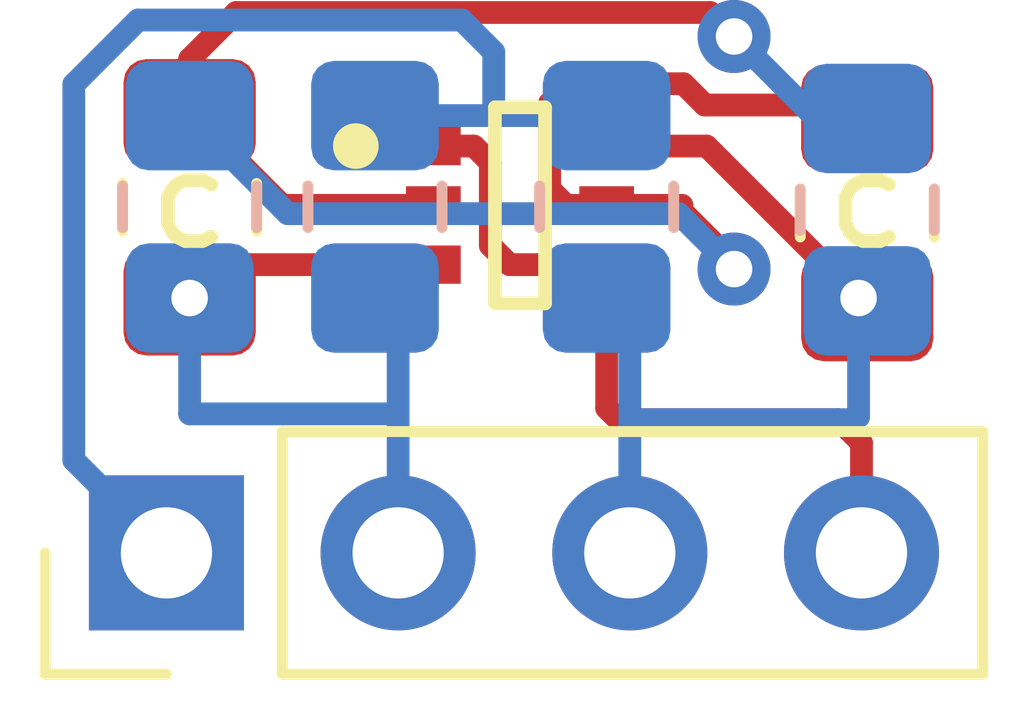
<source format=kicad_pcb>
(kicad_pcb (version 20171130) (host pcbnew 5.1.9+dfsg1-1+deb11u1)

  (general
    (thickness 1.6)
    (drawings 6)
    (tracks 63)
    (zones 0)
    (modules 8)
    (nets 7)
  )

  (page A4)
  (layers
    (0 F.Cu signal)
    (31 B.Cu signal)
    (32 B.Adhes user hide)
    (33 F.Adhes user hide)
    (34 B.Paste user hide)
    (35 F.Paste user hide)
    (36 B.SilkS user)
    (37 F.SilkS user)
    (38 B.Mask user hide)
    (39 F.Mask user hide)
    (40 Dwgs.User user hide)
    (41 Cmts.User user hide)
    (42 Eco1.User user hide)
    (43 Eco2.User user hide)
    (44 Edge.Cuts user hide)
    (45 Margin user hide)
    (46 B.CrtYd user hide)
    (47 F.CrtYd user hide)
    (48 B.Fab user hide)
    (49 F.Fab user hide)
  )

  (setup
    (last_trace_width 0.25)
    (trace_clearance 0.2)
    (zone_clearance 0.508)
    (zone_45_only no)
    (trace_min 0.2)
    (via_size 0.8)
    (via_drill 0.4)
    (via_min_size 0.4)
    (via_min_drill 0.3)
    (uvia_size 0.3)
    (uvia_drill 0.1)
    (uvias_allowed no)
    (uvia_min_size 0.2)
    (uvia_min_drill 0.1)
    (edge_width 0.05)
    (segment_width 0.2)
    (pcb_text_width 0.3)
    (pcb_text_size 1.5 1.5)
    (mod_edge_width 0.12)
    (mod_text_size 1 1)
    (mod_text_width 0.15)
    (pad_size 1.524 1.524)
    (pad_drill 0.762)
    (pad_to_mask_clearance 0)
    (aux_axis_origin 0 0)
    (visible_elements FFFFFF7F)
    (pcbplotparams
      (layerselection 0x010fc_ffffffff)
      (usegerberextensions false)
      (usegerberattributes true)
      (usegerberadvancedattributes true)
      (creategerberjobfile true)
      (excludeedgelayer true)
      (linewidth 0.100000)
      (plotframeref false)
      (viasonmask false)
      (mode 1)
      (useauxorigin false)
      (hpglpennumber 1)
      (hpglpenspeed 20)
      (hpglpendiameter 15.000000)
      (psnegative false)
      (psa4output false)
      (plotreference true)
      (plotvalue true)
      (plotinvisibletext false)
      (padsonsilk false)
      (subtractmaskfromsilk false)
      (outputformat 1)
      (mirror false)
      (drillshape 1)
      (scaleselection 1)
      (outputdirectory ""))
  )

  (net 0 "")
  (net 1 "Net-(C1-Pad2)")
  (net 2 "Net-(C1-Pad1)")
  (net 3 "Net-(C2-Pad2)")
  (net 4 "Net-(C2-Pad1)")
  (net 5 "Net-(J1-Pad4)")
  (net 6 "Net-(J1-Pad1)")

  (net_class Default "This is the default net class."
    (clearance 0.2)
    (trace_width 0.25)
    (via_dia 0.8)
    (via_drill 0.4)
    (uvia_dia 0.3)
    (uvia_drill 0.1)
    (add_net "Net-(C1-Pad1)")
    (add_net "Net-(C1-Pad2)")
    (add_net "Net-(C2-Pad1)")
    (add_net "Net-(C2-Pad2)")
    (add_net "Net-(J1-Pad1)")
    (add_net "Net-(J1-Pad4)")
  )

  (module Capacitor_SMD:C_0805_2012Metric_Pad1.18x1.45mm_HandSolder (layer F.Cu) (tedit 5F68FEEF) (tstamp 6378C259)
    (at 153.9875 80.095 90)
    (descr "Capacitor SMD 0805 (2012 Metric), square (rectangular) end terminal, IPC_7351 nominal with elongated pad for handsoldering. (Body size source: IPC-SM-782 page 76, https://www.pcb-3d.com/wordpress/wp-content/uploads/ipc-sm-782a_amendment_1_and_2.pdf, https://docs.google.com/spreadsheets/d/1BsfQQcO9C6DZCsRaXUlFlo91Tg2WpOkGARC1WS5S8t0/edit?usp=sharing), generated with kicad-footprint-generator")
    (tags "capacitor handsolder")
    (path /6378BEA3)
    (attr smd)
    (fp_text reference C2 (at -0.3595 2.54 90) (layer F.SilkS) hide
      (effects (font (size 1 1) (thickness 0.15)))
    )
    (fp_text value C (at 0 1.68 90) (layer F.Fab)
      (effects (font (size 1 1) (thickness 0.15)))
    )
    (fp_line (start 1.88 0.98) (end -1.88 0.98) (layer F.CrtYd) (width 0.05))
    (fp_line (start 1.88 -0.98) (end 1.88 0.98) (layer F.CrtYd) (width 0.05))
    (fp_line (start -1.88 -0.98) (end 1.88 -0.98) (layer F.CrtYd) (width 0.05))
    (fp_line (start -1.88 0.98) (end -1.88 -0.98) (layer F.CrtYd) (width 0.05))
    (fp_line (start -0.261252 0.735) (end 0.261252 0.735) (layer F.SilkS) (width 0.12))
    (fp_line (start -0.261252 -0.735) (end 0.261252 -0.735) (layer F.SilkS) (width 0.12))
    (fp_line (start 1 0.625) (end -1 0.625) (layer F.Fab) (width 0.1))
    (fp_line (start 1 -0.625) (end 1 0.625) (layer F.Fab) (width 0.1))
    (fp_line (start -1 -0.625) (end 1 -0.625) (layer F.Fab) (width 0.1))
    (fp_line (start -1 0.625) (end -1 -0.625) (layer F.Fab) (width 0.1))
    (fp_text user %R (at 0 0 90) (layer F.Fab)
      (effects (font (size 0.5 0.5) (thickness 0.08)))
    )
    (pad 2 smd roundrect (at 1.0375 0 90) (size 1.175 1.45) (layers F.Cu F.Paste F.Mask) (roundrect_rratio 0.212766)
      (net 3 "Net-(C2-Pad2)"))
    (pad 1 smd roundrect (at -1.0375 0 90) (size 1.175 1.45) (layers F.Cu F.Paste F.Mask) (roundrect_rratio 0.212766)
      (net 4 "Net-(C2-Pad1)"))
    (model ${KISYS3DMOD}/Capacitor_SMD.3dshapes/C_0805_2012Metric.wrl
      (at (xyz 0 0 0))
      (scale (xyz 1 1 1))
      (rotate (xyz 0 0 0))
    )
  )

  (module eec:Diodes-2N7002DW-0-0-0 (layer F.Cu) (tedit 5EF223F3) (tstamp 6378C4EB)
    (at 150.18 80.01 270)
    (path /6378B3A7)
    (fp_text reference Q1 (at -2.7305 -6.4745 90) (layer F.SilkS) hide
      (effects (font (size 1 1) (thickness 0.15)) (justify right))
    )
    (fp_text value 2N7002DW (at 0 0 90) (layer F.SilkS) hide
      (effects (font (size 1.27 1.27) (thickness 0.15)))
    )
    (fp_circle (center -0.65 1.8) (end -0.525 1.8) (layer F.SilkS) (width 0.25))
    (fp_line (start 1.125 1.275) (end 1.125 -1.275) (layer F.CrtYd) (width 0.15))
    (fp_line (start -1.125 1.275) (end 1.125 1.275) (layer F.CrtYd) (width 0.15))
    (fp_line (start -1.125 -1.275) (end -1.125 1.275) (layer F.CrtYd) (width 0.15))
    (fp_line (start 1.125 -1.275) (end -1.125 -1.275) (layer F.CrtYd) (width 0.15))
    (fp_line (start 1.125 -1.275) (end 1.125 -1.275) (layer F.CrtYd) (width 0.15))
    (fp_line (start 1.075 0.275) (end -1.075 0.275) (layer F.SilkS) (width 0.15))
    (fp_line (start 1.075 -0.275) (end 1.075 0.275) (layer F.SilkS) (width 0.15))
    (fp_line (start -1.075 -0.275) (end 1.075 -0.275) (layer F.SilkS) (width 0.15))
    (fp_line (start -1.075 0.275) (end -1.075 -0.275) (layer F.SilkS) (width 0.15))
    (fp_line (start 1.1 0.675) (end -1.1 0.675) (layer F.Fab) (width 0.15))
    (fp_line (start 1.1 -0.675) (end 1.1 0.675) (layer F.Fab) (width 0.15))
    (fp_line (start -1.1 -0.675) (end 1.1 -0.675) (layer F.Fab) (width 0.15))
    (fp_line (start -1.1 0.675) (end -1.1 -0.675) (layer F.Fab) (width 0.15))
    (pad 6 smd rect (at -0.65 -0.95 270) (size 0.42 0.6) (layers F.Cu F.Paste F.Mask)
      (net 4 "Net-(C2-Pad1)"))
    (pad 5 smd rect (at 0 -0.95 270) (size 0.42 0.6) (layers F.Cu F.Paste F.Mask)
      (net 3 "Net-(C2-Pad2)"))
    (pad 4 smd rect (at 0.65 -0.95 270) (size 0.42 0.6) (layers F.Cu F.Paste F.Mask)
      (net 5 "Net-(J1-Pad4)"))
    (pad 3 smd rect (at 0.65 0.95 270) (size 0.42 0.6) (layers F.Cu F.Paste F.Mask)
      (net 1 "Net-(C1-Pad2)"))
    (pad 2 smd rect (at 0 0.95 270) (size 0.42 0.6) (layers F.Cu F.Paste F.Mask)
      (net 2 "Net-(C1-Pad1)"))
    (pad 1 smd rect (at -0.65 0.95 270) (size 0.42 0.6) (layers F.Cu F.Paste F.Mask)
      (net 5 "Net-(J1-Pad4)"))
    (model eec.models/Diodes_-_2N7002DW.step
      (at (xyz 0 0 0))
      (scale (xyz 1 1 1))
      (rotate (xyz 0 0 0))
    )
  )

  (module Resistor_SMD:R_0805_2012Metric_Pad1.20x1.40mm_HandSolder (layer B.Cu) (tedit 5F68FEEE) (tstamp 6378C2B5)
    (at 151.13 80.026 270)
    (descr "Resistor SMD 0805 (2012 Metric), square (rectangular) end terminal, IPC_7351 nominal with elongated pad for handsoldering. (Body size source: IPC-SM-782 page 72, https://www.pcb-3d.com/wordpress/wp-content/uploads/ipc-sm-782a_amendment_1_and_2.pdf), generated with kicad-footprint-generator")
    (tags "resistor handsolder")
    (path /63787E50)
    (attr smd)
    (fp_text reference R4 (at -0.016 0.0635 180) (layer B.SilkS) hide
      (effects (font (size 0.5 0.5) (thickness 0.125)) (justify mirror))
    )
    (fp_text value R_US (at 0 -1.65 90) (layer B.Fab)
      (effects (font (size 1 1) (thickness 0.15)) (justify mirror))
    )
    (fp_line (start 1.85 -0.95) (end -1.85 -0.95) (layer B.CrtYd) (width 0.05))
    (fp_line (start 1.85 0.95) (end 1.85 -0.95) (layer B.CrtYd) (width 0.05))
    (fp_line (start -1.85 0.95) (end 1.85 0.95) (layer B.CrtYd) (width 0.05))
    (fp_line (start -1.85 -0.95) (end -1.85 0.95) (layer B.CrtYd) (width 0.05))
    (fp_line (start -0.227064 -0.735) (end 0.227064 -0.735) (layer B.SilkS) (width 0.12))
    (fp_line (start -0.227064 0.735) (end 0.227064 0.735) (layer B.SilkS) (width 0.12))
    (fp_line (start 1 -0.625) (end -1 -0.625) (layer B.Fab) (width 0.1))
    (fp_line (start 1 0.625) (end 1 -0.625) (layer B.Fab) (width 0.1))
    (fp_line (start -1 0.625) (end 1 0.625) (layer B.Fab) (width 0.1))
    (fp_line (start -1 -0.625) (end -1 0.625) (layer B.Fab) (width 0.1))
    (fp_text user %R (at 0 0 90) (layer B.Fab)
      (effects (font (size 0.5 0.5) (thickness 0.08)) (justify mirror))
    )
    (pad 2 smd roundrect (at 1 0 270) (size 1.2 1.4) (layers B.Cu B.Paste B.Mask) (roundrect_rratio 0.208333)
      (net 4 "Net-(C2-Pad1)"))
    (pad 1 smd roundrect (at -1 0 270) (size 1.2 1.4) (layers B.Cu B.Paste B.Mask) (roundrect_rratio 0.208333)
      (net 6 "Net-(J1-Pad1)"))
    (model ${KISYS3DMOD}/Resistor_SMD.3dshapes/R_0805_2012Metric.wrl
      (at (xyz 0 0 0))
      (scale (xyz 1 1 1))
      (rotate (xyz 0 0 0))
    )
  )

  (module Resistor_SMD:R_0805_2012Metric_Pad1.20x1.40mm_HandSolder (layer B.Cu) (tedit 5F68FEEE) (tstamp 6378C2A4)
    (at 153.9875 80.0575 90)
    (descr "Resistor SMD 0805 (2012 Metric), square (rectangular) end terminal, IPC_7351 nominal with elongated pad for handsoldering. (Body size source: IPC-SM-782 page 72, https://www.pcb-3d.com/wordpress/wp-content/uploads/ipc-sm-782a_amendment_1_and_2.pdf), generated with kicad-footprint-generator")
    (tags "resistor handsolder")
    (path /6378AE5C)
    (attr smd)
    (fp_text reference R3 (at 0.0475 -0.0635) (layer B.SilkS) hide
      (effects (font (size 0.5 0.5) (thickness 0.125)) (justify mirror))
    )
    (fp_text value R_US (at 0 -1.65 270) (layer B.Fab)
      (effects (font (size 1 1) (thickness 0.15)) (justify mirror))
    )
    (fp_line (start 1.85 -0.95) (end -1.85 -0.95) (layer B.CrtYd) (width 0.05))
    (fp_line (start 1.85 0.95) (end 1.85 -0.95) (layer B.CrtYd) (width 0.05))
    (fp_line (start -1.85 0.95) (end 1.85 0.95) (layer B.CrtYd) (width 0.05))
    (fp_line (start -1.85 -0.95) (end -1.85 0.95) (layer B.CrtYd) (width 0.05))
    (fp_line (start -0.227064 -0.735) (end 0.227064 -0.735) (layer B.SilkS) (width 0.12))
    (fp_line (start -0.227064 0.735) (end 0.227064 0.735) (layer B.SilkS) (width 0.12))
    (fp_line (start 1 -0.625) (end -1 -0.625) (layer B.Fab) (width 0.1))
    (fp_line (start 1 0.625) (end 1 -0.625) (layer B.Fab) (width 0.1))
    (fp_line (start -1 0.625) (end 1 0.625) (layer B.Fab) (width 0.1))
    (fp_line (start -1 -0.625) (end -1 0.625) (layer B.Fab) (width 0.1))
    (fp_text user %R (at 0 0 270) (layer B.Fab)
      (effects (font (size 0.5 0.5) (thickness 0.08)) (justify mirror))
    )
    (pad 2 smd roundrect (at 1 0 90) (size 1.2 1.4) (layers B.Cu B.Paste B.Mask) (roundrect_rratio 0.208333)
      (net 2 "Net-(C1-Pad1)"))
    (pad 1 smd roundrect (at -1 0 90) (size 1.2 1.4) (layers B.Cu B.Paste B.Mask) (roundrect_rratio 0.208333)
      (net 4 "Net-(C2-Pad1)"))
    (model ${KISYS3DMOD}/Resistor_SMD.3dshapes/R_0805_2012Metric.wrl
      (at (xyz 0 0 0))
      (scale (xyz 1 1 1))
      (rotate (xyz 0 0 0))
    )
  )

  (module Resistor_SMD:R_0805_2012Metric_Pad1.20x1.40mm_HandSolder (layer B.Cu) (tedit 5F68FEEE) (tstamp 6378C293)
    (at 146.558 80.026 90)
    (descr "Resistor SMD 0805 (2012 Metric), square (rectangular) end terminal, IPC_7351 nominal with elongated pad for handsoldering. (Body size source: IPC-SM-782 page 72, https://www.pcb-3d.com/wordpress/wp-content/uploads/ipc-sm-782a_amendment_1_and_2.pdf), generated with kicad-footprint-generator")
    (tags "resistor handsolder")
    (path /6378A5C1)
    (attr smd)
    (fp_text reference R2 (at -0.0475 0 180) (layer B.SilkS) hide
      (effects (font (size 0.5 0.5) (thickness 0.125)) (justify mirror))
    )
    (fp_text value R_US (at 0 -1.65 90) (layer B.Fab)
      (effects (font (size 1 1) (thickness 0.15)) (justify mirror))
    )
    (fp_line (start 1.85 -0.95) (end -1.85 -0.95) (layer B.CrtYd) (width 0.05))
    (fp_line (start 1.85 0.95) (end 1.85 -0.95) (layer B.CrtYd) (width 0.05))
    (fp_line (start -1.85 0.95) (end 1.85 0.95) (layer B.CrtYd) (width 0.05))
    (fp_line (start -1.85 -0.95) (end -1.85 0.95) (layer B.CrtYd) (width 0.05))
    (fp_line (start -0.227064 -0.735) (end 0.227064 -0.735) (layer B.SilkS) (width 0.12))
    (fp_line (start -0.227064 0.735) (end 0.227064 0.735) (layer B.SilkS) (width 0.12))
    (fp_line (start 1 -0.625) (end -1 -0.625) (layer B.Fab) (width 0.1))
    (fp_line (start 1 0.625) (end 1 -0.625) (layer B.Fab) (width 0.1))
    (fp_line (start -1 0.625) (end 1 0.625) (layer B.Fab) (width 0.1))
    (fp_line (start -1 -0.625) (end -1 0.625) (layer B.Fab) (width 0.1))
    (fp_text user %R (at 0 0 90) (layer B.Fab)
      (effects (font (size 0.5 0.5) (thickness 0.08)) (justify mirror))
    )
    (pad 2 smd roundrect (at 1 0 90) (size 1.2 1.4) (layers B.Cu B.Paste B.Mask) (roundrect_rratio 0.208333)
      (net 3 "Net-(C2-Pad2)"))
    (pad 1 smd roundrect (at -1 0 90) (size 1.2 1.4) (layers B.Cu B.Paste B.Mask) (roundrect_rratio 0.208333)
      (net 1 "Net-(C1-Pad2)"))
    (model ${KISYS3DMOD}/Resistor_SMD.3dshapes/R_0805_2012Metric.wrl
      (at (xyz 0 0 0))
      (scale (xyz 1 1 1))
      (rotate (xyz 0 0 0))
    )
  )

  (module Resistor_SMD:R_0805_2012Metric_Pad1.20x1.40mm_HandSolder (layer B.Cu) (tedit 5F68FEEE) (tstamp 6378C282)
    (at 148.59 80.026 270)
    (descr "Resistor SMD 0805 (2012 Metric), square (rectangular) end terminal, IPC_7351 nominal with elongated pad for handsoldering. (Body size source: IPC-SM-782 page 72, https://www.pcb-3d.com/wordpress/wp-content/uploads/ipc-sm-782a_amendment_1_and_2.pdf), generated with kicad-footprint-generator")
    (tags "resistor handsolder")
    (path /6378603E)
    (attr smd)
    (fp_text reference R1 (at 0.0475 0.127) (layer B.SilkS) hide
      (effects (font (size 0.5 0.5) (thickness 0.125)) (justify mirror))
    )
    (fp_text value R_US (at 0 -1.65 270) (layer B.Fab)
      (effects (font (size 1 1) (thickness 0.15)) (justify mirror))
    )
    (fp_line (start 1.85 -0.95) (end -1.85 -0.95) (layer B.CrtYd) (width 0.05))
    (fp_line (start 1.85 0.95) (end 1.85 -0.95) (layer B.CrtYd) (width 0.05))
    (fp_line (start -1.85 0.95) (end 1.85 0.95) (layer B.CrtYd) (width 0.05))
    (fp_line (start -1.85 -0.95) (end -1.85 0.95) (layer B.CrtYd) (width 0.05))
    (fp_line (start -0.227064 -0.735) (end 0.227064 -0.735) (layer B.SilkS) (width 0.12))
    (fp_line (start -0.227064 0.735) (end 0.227064 0.735) (layer B.SilkS) (width 0.12))
    (fp_line (start 1 -0.625) (end -1 -0.625) (layer B.Fab) (width 0.1))
    (fp_line (start 1 0.625) (end 1 -0.625) (layer B.Fab) (width 0.1))
    (fp_line (start -1 0.625) (end 1 0.625) (layer B.Fab) (width 0.1))
    (fp_line (start -1 -0.625) (end -1 0.625) (layer B.Fab) (width 0.1))
    (fp_text user %R (at 0 0 270) (layer B.Fab)
      (effects (font (size 0.5 0.5) (thickness 0.08)) (justify mirror))
    )
    (pad 2 smd roundrect (at 1 0 270) (size 1.2 1.4) (layers B.Cu B.Paste B.Mask) (roundrect_rratio 0.208333)
      (net 1 "Net-(C1-Pad2)"))
    (pad 1 smd roundrect (at -1 0 270) (size 1.2 1.4) (layers B.Cu B.Paste B.Mask) (roundrect_rratio 0.208333)
      (net 6 "Net-(J1-Pad1)"))
    (model ${KISYS3DMOD}/Resistor_SMD.3dshapes/R_0805_2012Metric.wrl
      (at (xyz 0 0 0))
      (scale (xyz 1 1 1))
      (rotate (xyz 0 0 0))
    )
  )

  (module Connector_PinHeader_2.54mm:PinHeader_1x04_P2.54mm_Vertical (layer F.Cu) (tedit 59FED5CC) (tstamp 6378C271)
    (at 146.304 83.82 90)
    (descr "Through hole straight pin header, 1x04, 2.54mm pitch, single row")
    (tags "Through hole pin header THT 1x04 2.54mm single row")
    (path /637A13D3)
    (fp_text reference J1 (at 0 -2.33 90) (layer F.SilkS) hide
      (effects (font (size 1 1) (thickness 0.15)))
    )
    (fp_text value Conn_01x04 (at 0 9.95 90) (layer F.Fab)
      (effects (font (size 1 1) (thickness 0.15)))
    )
    (fp_line (start 1.8 -1.8) (end -1.8 -1.8) (layer F.CrtYd) (width 0.05))
    (fp_line (start 1.8 9.4) (end 1.8 -1.8) (layer F.CrtYd) (width 0.05))
    (fp_line (start -1.8 9.4) (end 1.8 9.4) (layer F.CrtYd) (width 0.05))
    (fp_line (start -1.8 -1.8) (end -1.8 9.4) (layer F.CrtYd) (width 0.05))
    (fp_line (start -1.33 -1.33) (end 0 -1.33) (layer F.SilkS) (width 0.12))
    (fp_line (start -1.33 0) (end -1.33 -1.33) (layer F.SilkS) (width 0.12))
    (fp_line (start -1.33 1.27) (end 1.33 1.27) (layer F.SilkS) (width 0.12))
    (fp_line (start 1.33 1.27) (end 1.33 8.95) (layer F.SilkS) (width 0.12))
    (fp_line (start -1.33 1.27) (end -1.33 8.95) (layer F.SilkS) (width 0.12))
    (fp_line (start -1.33 8.95) (end 1.33 8.95) (layer F.SilkS) (width 0.12))
    (fp_line (start -1.27 -0.635) (end -0.635 -1.27) (layer F.Fab) (width 0.1))
    (fp_line (start -1.27 8.89) (end -1.27 -0.635) (layer F.Fab) (width 0.1))
    (fp_line (start 1.27 8.89) (end -1.27 8.89) (layer F.Fab) (width 0.1))
    (fp_line (start 1.27 -1.27) (end 1.27 8.89) (layer F.Fab) (width 0.1))
    (fp_line (start -0.635 -1.27) (end 1.27 -1.27) (layer F.Fab) (width 0.1))
    (fp_text user %R (at 0 3.81) (layer F.Fab)
      (effects (font (size 1 1) (thickness 0.15)))
    )
    (pad 4 thru_hole oval (at 0 7.62 90) (size 1.7 1.7) (drill 1) (layers *.Cu *.Mask)
      (net 5 "Net-(J1-Pad4)"))
    (pad 3 thru_hole oval (at 0 5.08 90) (size 1.7 1.7) (drill 1) (layers *.Cu *.Mask)
      (net 4 "Net-(C2-Pad1)"))
    (pad 2 thru_hole oval (at 0 2.54 90) (size 1.7 1.7) (drill 1) (layers *.Cu *.Mask)
      (net 1 "Net-(C1-Pad2)"))
    (pad 1 thru_hole rect (at 0 0 90) (size 1.7 1.7) (drill 1) (layers *.Cu *.Mask)
      (net 6 "Net-(J1-Pad1)"))
    (model ${KISYS3DMOD}/Connector_PinHeader_2.54mm.3dshapes/PinHeader_1x04_P2.54mm_Vertical.wrl
      (at (xyz 0 0 0))
      (scale (xyz 1 1 1))
      (rotate (xyz 0 0 0))
    )
  )

  (module Capacitor_SMD:C_0805_2012Metric_Pad1.18x1.45mm_HandSolder (layer F.Cu) (tedit 5F68FEEF) (tstamp 6378C248)
    (at 146.558 80.0315 270)
    (descr "Capacitor SMD 0805 (2012 Metric), square (rectangular) end terminal, IPC_7351 nominal with elongated pad for handsoldering. (Body size source: IPC-SM-782 page 76, https://www.pcb-3d.com/wordpress/wp-content/uploads/ipc-sm-782a_amendment_1_and_2.pdf, https://docs.google.com/spreadsheets/d/1BsfQQcO9C6DZCsRaXUlFlo91Tg2WpOkGARC1WS5S8t0/edit?usp=sharing), generated with kicad-footprint-generator")
    (tags "capacitor handsolder")
    (path /6378B538)
    (attr smd)
    (fp_text reference C1 (at -0.085 2.032 90) (layer F.SilkS) hide
      (effects (font (size 1 1) (thickness 0.15)))
    )
    (fp_text value C (at 0 1.68 90) (layer F.Fab)
      (effects (font (size 1 1) (thickness 0.15)))
    )
    (fp_line (start 1.88 0.98) (end -1.88 0.98) (layer F.CrtYd) (width 0.05))
    (fp_line (start 1.88 -0.98) (end 1.88 0.98) (layer F.CrtYd) (width 0.05))
    (fp_line (start -1.88 -0.98) (end 1.88 -0.98) (layer F.CrtYd) (width 0.05))
    (fp_line (start -1.88 0.98) (end -1.88 -0.98) (layer F.CrtYd) (width 0.05))
    (fp_line (start -0.261252 0.735) (end 0.261252 0.735) (layer F.SilkS) (width 0.12))
    (fp_line (start -0.261252 -0.735) (end 0.261252 -0.735) (layer F.SilkS) (width 0.12))
    (fp_line (start 1 0.625) (end -1 0.625) (layer F.Fab) (width 0.1))
    (fp_line (start 1 -0.625) (end 1 0.625) (layer F.Fab) (width 0.1))
    (fp_line (start -1 -0.625) (end 1 -0.625) (layer F.Fab) (width 0.1))
    (fp_line (start -1 0.625) (end -1 -0.625) (layer F.Fab) (width 0.1))
    (fp_text user %R (at 0 0 90) (layer F.Fab)
      (effects (font (size 0.5 0.5) (thickness 0.08)))
    )
    (pad 2 smd roundrect (at 1.0375 0 270) (size 1.175 1.45) (layers F.Cu F.Paste F.Mask) (roundrect_rratio 0.212766)
      (net 1 "Net-(C1-Pad2)"))
    (pad 1 smd roundrect (at -1.0375 0 270) (size 1.175 1.45) (layers F.Cu F.Paste F.Mask) (roundrect_rratio 0.212766)
      (net 2 "Net-(C1-Pad1)"))
    (model ${KISYS3DMOD}/Capacitor_SMD.3dshapes/C_0805_2012Metric.wrl
      (at (xyz 0 0 0))
      (scale (xyz 1 1 1))
      (rotate (xyz 0 0 0))
    )
  )

  (gr_text c (at 146.558 79.9465) (layer F.SilkS)
    (effects (font (size 1 1) (thickness 0.15)))
  )
  (gr_text c (at 153.9875 79.9465) (layer F.SilkS)
    (effects (font (size 1 1) (thickness 0.15)))
  )
  (gr_line (start 144.2085 85.7885) (end 144.2085 77.5335) (layer Edge.Cuts) (width 0.05))
  (gr_line (start 156.0195 85.7885) (end 144.2085 85.7885) (layer Edge.Cuts) (width 0.05))
  (gr_line (start 156.0195 77.5335) (end 156.0195 85.7885) (layer Edge.Cuts) (width 0.05))
  (gr_line (start 144.2085 77.5335) (end 156.0195 77.5335) (layer Edge.Cuts) (width 0.05))

  (segment (start 148.844 81.28) (end 148.59 81.026) (width 0.25) (layer B.Cu) (net 1))
  (segment (start 146.558 81.026) (end 146.558 81.026) (width 0.25) (layer B.Cu) (net 1))
  (via (at 146.558 81.026) (size 0.8) (drill 0.4) (layers F.Cu B.Cu) (net 1))
  (segment (start 146.967 80.66) (end 146.558 81.069) (width 0.25) (layer F.Cu) (net 1))
  (segment (start 149.23 80.66) (end 146.967 80.66) (width 0.25) (layer F.Cu) (net 1))
  (segment (start 146.558 81.026) (end 146.558 82.296) (width 0.25) (layer B.Cu) (net 1))
  (segment (start 148.844 82.296) (end 148.844 81.28) (width 0.25) (layer B.Cu) (net 1))
  (segment (start 146.558 82.296) (end 148.844 82.296) (width 0.25) (layer B.Cu) (net 1))
  (segment (start 148.844 83.82) (end 148.844 82.296) (width 0.25) (layer B.Cu) (net 1))
  (segment (start 147.574 80.01) (end 146.558 78.994) (width 0.25) (layer F.Cu) (net 2))
  (segment (start 149.23 80.01) (end 147.574 80.01) (width 0.25) (layer F.Cu) (net 2))
  (via (at 152.527 78.158544) (size 0.8) (drill 0.4) (layers F.Cu B.Cu) (net 2))
  (segment (start 153.892 79.026) (end 153.394456 79.026) (width 0.25) (layer B.Cu) (net 2))
  (segment (start 153.394456 79.026) (end 152.527 78.158544) (width 0.25) (layer B.Cu) (net 2))
  (segment (start 146.558 78.994) (end 146.558 78.4065) (width 0.25) (layer F.Cu) (net 2))
  (segment (start 146.558 78.4065) (end 147.069001 77.895499) (width 0.25) (layer F.Cu) (net 2))
  (segment (start 147.069001 77.895499) (end 152.263955 77.895499) (width 0.25) (layer F.Cu) (net 2))
  (segment (start 152.263955 77.895499) (end 152.527 78.158544) (width 0.25) (layer F.Cu) (net 2))
  (segment (start 152.205444 78.90999) (end 153.77649 78.90999) (width 0.25) (layer F.Cu) (net 3))
  (segment (start 151.971954 78.6765) (end 152.205444 78.90999) (width 0.25) (layer F.Cu) (net 3))
  (segment (start 153.77649 78.90999) (end 153.924 79.0575) (width 0.25) (layer F.Cu) (net 3))
  (segment (start 150.718498 78.6765) (end 151.971954 78.6765) (width 0.25) (layer F.Cu) (net 3))
  (segment (start 150.504999 78.889999) (end 150.718498 78.6765) (width 0.25) (layer F.Cu) (net 3))
  (segment (start 150.504999 79.830001) (end 150.504999 78.889999) (width 0.25) (layer F.Cu) (net 3))
  (segment (start 150.684998 80.01) (end 150.504999 79.830001) (width 0.25) (layer F.Cu) (net 3))
  (segment (start 151.13 80.01) (end 150.684998 80.01) (width 0.25) (layer F.Cu) (net 3))
  (segment (start 151.13 80.01) (end 151.9555 80.01) (width 0.25) (layer F.Cu) (net 3))
  (segment (start 151.9555 80.01) (end 151.9555 80.0735) (width 0.25) (layer F.Cu) (net 3))
  (via (at 152.527 80.7085) (size 0.8) (drill 0.4) (layers F.Cu B.Cu) (net 3))
  (segment (start 152.527 80.645) (end 152.527 80.7085) (width 0.25) (layer F.Cu) (net 3))
  (segment (start 151.9555 80.0735) (end 152.527 80.645) (width 0.25) (layer F.Cu) (net 3))
  (segment (start 147.63299 80.10099) (end 146.558 79.026) (width 0.25) (layer B.Cu) (net 3))
  (segment (start 151.91949 80.10099) (end 147.63299 80.10099) (width 0.25) (layer B.Cu) (net 3))
  (segment (start 152.527 80.7085) (end 151.91949 80.10099) (width 0.25) (layer B.Cu) (net 3))
  (segment (start 151.384 81.28) (end 151.13 81.026) (width 0.25) (layer B.Cu) (net 4))
  (segment (start 153.892 81.026) (end 153.892 81.026) (width 0.25) (layer B.Cu) (net 4))
  (via (at 153.892 81.026) (size 0.8) (drill 0.4) (layers F.Cu B.Cu) (net 4))
  (segment (start 153.892 81.026) (end 153.892 80.9305) (width 0.25) (layer B.Cu) (net 4))
  (segment (start 152.226 79.36) (end 153.892 81.026) (width 0.25) (layer F.Cu) (net 4))
  (segment (start 151.13 79.36) (end 152.226 79.36) (width 0.25) (layer F.Cu) (net 4))
  (segment (start 153.892 81.026) (end 153.892 82.328) (width 0.25) (layer B.Cu) (net 4))
  (segment (start 153.8605 82.3595) (end 151.384 82.3595) (width 0.25) (layer B.Cu) (net 4))
  (segment (start 153.892 82.328) (end 153.8605 82.3595) (width 0.25) (layer B.Cu) (net 4))
  (segment (start 151.384 82.3595) (end 151.384 81.28) (width 0.25) (layer B.Cu) (net 4))
  (segment (start 151.384 83.82) (end 151.384 82.3595) (width 0.25) (layer B.Cu) (net 4))
  (segment (start 151.13 82.2325) (end 151.13 80.66) (width 0.25) (layer F.Cu) (net 5))
  (segment (start 151.257 82.3595) (end 151.13 82.2325) (width 0.25) (layer F.Cu) (net 5))
  (segment (start 153.67 82.3595) (end 151.257 82.3595) (width 0.25) (layer F.Cu) (net 5))
  (segment (start 153.924 82.6135) (end 153.67 82.3595) (width 0.25) (layer F.Cu) (net 5))
  (segment (start 153.924 83.82) (end 153.924 82.6135) (width 0.25) (layer F.Cu) (net 5))
  (segment (start 149.675002 79.36) (end 149.23 79.36) (width 0.25) (layer F.Cu) (net 5))
  (segment (start 149.855001 79.539999) (end 149.675002 79.36) (width 0.25) (layer F.Cu) (net 5))
  (segment (start 149.855001 80.449501) (end 149.855001 79.539999) (width 0.25) (layer F.Cu) (net 5))
  (segment (start 150.0655 80.66) (end 149.855001 80.449501) (width 0.25) (layer F.Cu) (net 5))
  (segment (start 151.13 80.66) (end 150.0655 80.66) (width 0.25) (layer F.Cu) (net 5))
  (segment (start 151.13 79.026) (end 149.892 79.026) (width 0.25) (layer B.Cu) (net 6))
  (segment (start 149.892 79.026) (end 148.59 79.026) (width 0.25) (layer B.Cu) (net 6))
  (segment (start 145.288 82.804) (end 146.304 83.82) (width 0.25) (layer B.Cu) (net 6))
  (segment (start 145.288 78.68281) (end 145.288 82.804) (width 0.25) (layer B.Cu) (net 6))
  (segment (start 145.99281 77.978) (end 145.288 78.68281) (width 0.25) (layer B.Cu) (net 6))
  (segment (start 149.5425 77.978) (end 145.99281 77.978) (width 0.25) (layer B.Cu) (net 6))
  (segment (start 149.892 78.3275) (end 149.5425 77.978) (width 0.25) (layer B.Cu) (net 6))
  (segment (start 149.892 79.026) (end 149.892 78.3275) (width 0.25) (layer B.Cu) (net 6))

)

</source>
